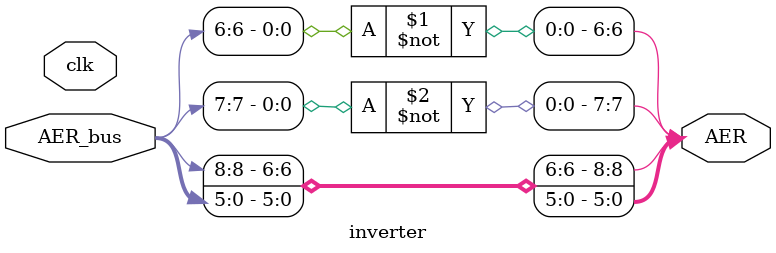
<source format=v>
`timescale 1ns / 1ps


module inverter(
input wire clk,
input wire [8:0]AER_bus,
output [8:0]AER
    );
assign AER[0] = AER_bus[0];
assign AER[1] = AER_bus[1];
assign AER[2] = AER_bus[2];
assign AER[3] = AER_bus[3];
assign AER[4] = AER_bus[4];
assign AER[5] = AER_bus[5];
assign AER[6] = ~AER_bus[6];
assign AER[7] = ~AER_bus[7];
assign AER[8] = AER_bus[8];

always @(posedge clk)
begin

end
endmodule

</source>
